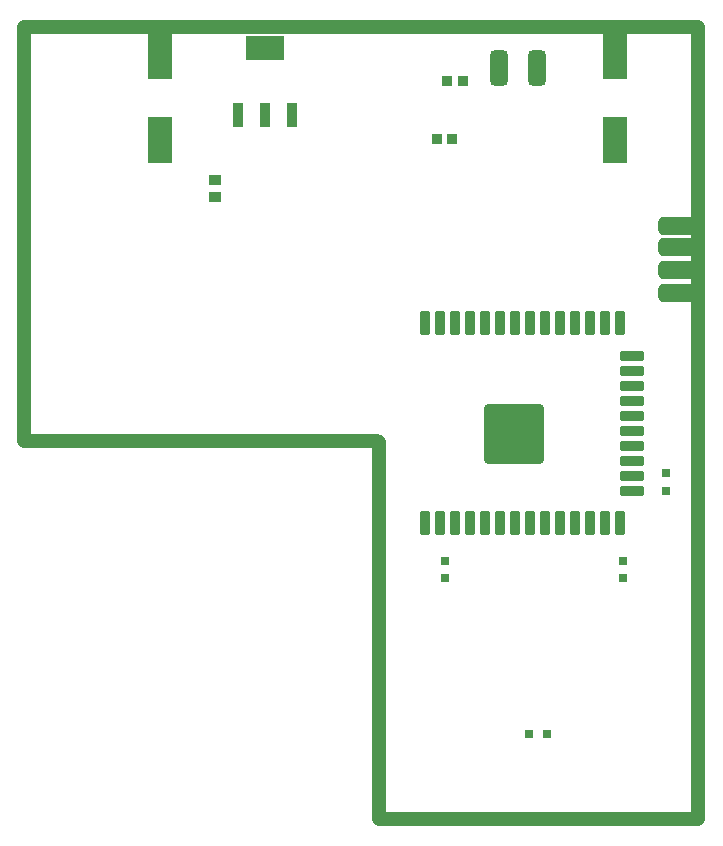
<source format=gtp>
G04*
G04 #@! TF.GenerationSoftware,Altium Limited,Altium Designer,22.2.1 (43)*
G04*
G04 Layer_Color=8421504*
%FSLAX44Y44*%
%MOMM*%
G71*
G04*
G04 #@! TF.SameCoordinates,82B9A7A7-C451-481E-A025-ABCBCC36AE2A*
G04*
G04*
G04 #@! TF.FilePolarity,Positive*
G04*
G01*
G75*
%ADD17C,1.2000*%
G04:AMPARAMS|DCode=18|XSize=3mm|YSize=1.524mm|CornerRadius=0.381mm|HoleSize=0mm|Usage=FLASHONLY|Rotation=0.000|XOffset=0mm|YOffset=0mm|HoleType=Round|Shape=RoundedRectangle|*
%AMROUNDEDRECTD18*
21,1,3.0000,0.7620,0,0,0.0*
21,1,2.2380,1.5240,0,0,0.0*
1,1,0.7620,1.1190,-0.3810*
1,1,0.7620,-1.1190,-0.3810*
1,1,0.7620,-1.1190,0.3810*
1,1,0.7620,1.1190,0.3810*
%
%ADD18ROUNDEDRECTD18*%
G04:AMPARAMS|DCode=19|XSize=1.524mm|YSize=3mm|CornerRadius=0.381mm|HoleSize=0mm|Usage=FLASHONLY|Rotation=0.000|XOffset=0mm|YOffset=0mm|HoleType=Round|Shape=RoundedRectangle|*
%AMROUNDEDRECTD19*
21,1,1.5240,2.2380,0,0,0.0*
21,1,0.7620,3.0000,0,0,0.0*
1,1,0.7620,0.3810,-1.1190*
1,1,0.7620,-0.3810,-1.1190*
1,1,0.7620,-0.3810,1.1190*
1,1,0.7620,0.3810,1.1190*
%
%ADD19ROUNDEDRECTD19*%
G04:AMPARAMS|DCode=20|XSize=1.5mm|YSize=3mm|CornerRadius=0.375mm|HoleSize=0mm|Usage=FLASHONLY|Rotation=0.000|XOffset=0mm|YOffset=0mm|HoleType=Round|Shape=RoundedRectangle|*
%AMROUNDEDRECTD20*
21,1,1.5000,2.2500,0,0,0.0*
21,1,0.7500,3.0000,0,0,0.0*
1,1,0.7500,0.3750,-1.1250*
1,1,0.7500,-0.3750,-1.1250*
1,1,0.7500,-0.3750,1.1250*
1,1,0.7500,0.3750,1.1250*
%
%ADD20ROUNDEDRECTD20*%
%ADD21R,0.8000X0.8000*%
G04:AMPARAMS|DCode=22|XSize=2mm|YSize=0.9mm|CornerRadius=0.135mm|HoleSize=0mm|Usage=FLASHONLY|Rotation=90.000|XOffset=0mm|YOffset=0mm|HoleType=Round|Shape=RoundedRectangle|*
%AMROUNDEDRECTD22*
21,1,2.0000,0.6300,0,0,90.0*
21,1,1.7300,0.9000,0,0,90.0*
1,1,0.2700,0.3150,0.8650*
1,1,0.2700,0.3150,-0.8650*
1,1,0.2700,-0.3150,-0.8650*
1,1,0.2700,-0.3150,0.8650*
%
%ADD22ROUNDEDRECTD22*%
G04:AMPARAMS|DCode=23|XSize=2mm|YSize=0.9mm|CornerRadius=0.135mm|HoleSize=0mm|Usage=FLASHONLY|Rotation=180.000|XOffset=0mm|YOffset=0mm|HoleType=Round|Shape=RoundedRectangle|*
%AMROUNDEDRECTD23*
21,1,2.0000,0.6300,0,0,180.0*
21,1,1.7300,0.9000,0,0,180.0*
1,1,0.2700,-0.8650,0.3150*
1,1,0.2700,0.8650,0.3150*
1,1,0.2700,0.8650,-0.3150*
1,1,0.2700,-0.8650,-0.3150*
%
%ADD23ROUNDEDRECTD23*%
G04:AMPARAMS|DCode=24|XSize=5mm|YSize=5mm|CornerRadius=0.25mm|HoleSize=0mm|Usage=FLASHONLY|Rotation=90.000|XOffset=0mm|YOffset=0mm|HoleType=Round|Shape=RoundedRectangle|*
%AMROUNDEDRECTD24*
21,1,5.0000,4.5000,0,0,90.0*
21,1,4.5000,5.0000,0,0,90.0*
1,1,0.5000,2.2500,2.2500*
1,1,0.5000,2.2500,-2.2500*
1,1,0.5000,-2.2500,-2.2500*
1,1,0.5000,-2.2500,2.2500*
%
%ADD24ROUNDEDRECTD24*%
%ADD25R,0.8000X0.8000*%
%ADD26R,2.0000X4.0000*%
%ADD27R,1.1000X0.9500*%
%ADD28R,0.8500X0.9500*%
%ADD29R,3.2000X2.1000*%
%ADD30R,0.9000X2.1000*%
D17*
X90000Y485000D02*
Y835000D01*
X660745D01*
X660750Y834996D01*
Y165000D02*
Y834996D01*
X390000Y165000D02*
X660750D01*
X390000D02*
Y484000D01*
X389000Y485000D02*
X390000Y484000D01*
X90000Y485000D02*
X389000D01*
D18*
X642000Y610000D02*
D03*
Y630000D02*
D03*
Y649000D02*
D03*
Y667000D02*
D03*
D19*
X524001Y801000D02*
D03*
D20*
X492000D02*
D03*
D21*
X446001Y383499D02*
D03*
Y368499D02*
D03*
X597001Y383499D02*
D03*
Y368499D02*
D03*
X633001Y442499D02*
D03*
Y457499D02*
D03*
D22*
X594470Y415000D02*
D03*
X429370D02*
D03*
X442070D02*
D03*
X454770D02*
D03*
X467470D02*
D03*
X480170D02*
D03*
X492870D02*
D03*
X505570D02*
D03*
X518270D02*
D03*
X530970D02*
D03*
X543670D02*
D03*
X556370D02*
D03*
X569070D02*
D03*
X581770D02*
D03*
Y585000D02*
D03*
X569070D02*
D03*
X556370D02*
D03*
X543670D02*
D03*
X530970D02*
D03*
X518270D02*
D03*
X505570D02*
D03*
X492870D02*
D03*
X480170D02*
D03*
X467470D02*
D03*
X454770D02*
D03*
X442070D02*
D03*
X429370D02*
D03*
X594470D02*
D03*
D23*
X604470Y544450D02*
D03*
Y531750D02*
D03*
Y519050D02*
D03*
Y506350D02*
D03*
Y493650D02*
D03*
Y480950D02*
D03*
Y468250D02*
D03*
X604630Y455550D02*
D03*
X604470Y442850D02*
D03*
Y557150D02*
D03*
D24*
X504300Y490430D02*
D03*
D25*
X532499Y236999D02*
D03*
X517499D02*
D03*
D26*
X205000Y810500D02*
D03*
Y739500D02*
D03*
X590000Y810500D02*
D03*
Y739500D02*
D03*
D27*
X251750Y691500D02*
D03*
Y706000D02*
D03*
D28*
X448250Y790000D02*
D03*
X461750D02*
D03*
X452500Y740750D02*
D03*
X439000D02*
D03*
D29*
X293820Y818002D02*
D03*
D30*
X316820Y761002D02*
D03*
X293820D02*
D03*
X270820D02*
D03*
M02*

</source>
